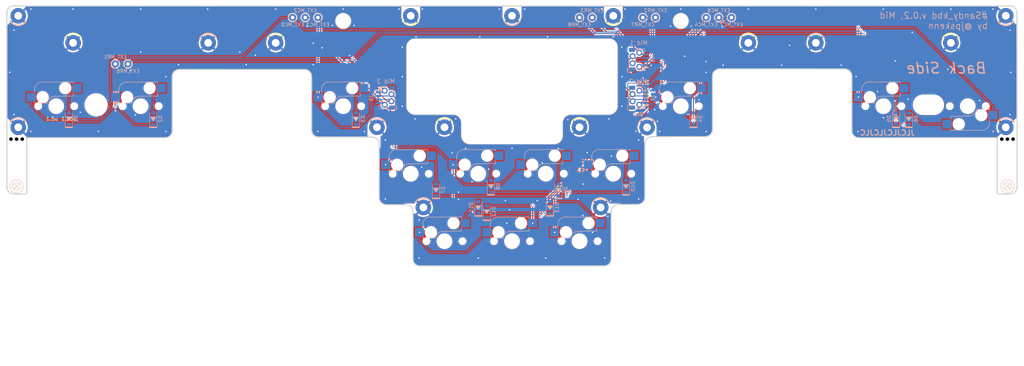
<source format=kicad_pcb>
(kicad_pcb (version 20221018) (generator pcbnew)
  (title_block (title "Sandy") (date "2023-01-06") (rev "v.0") (company "@jpskenn"))
  (layers (0 "F.Cu" signal) (31 "B.Cu" signal) (34 "B.Paste" user) (35 "F.Paste" user) (36 "B.SilkS" user "B.Silkscreen") (37 "F.SilkS" user "F.Silkscreen") (38 "B.Mask" user) (39 "F.Mask" user) (44 "Edge.Cuts" user))
  (net 0 "")
  (net 1 "Net-(D1-A)")
  (net 2 "Net-(D2-A)")
  (net 3 "Net-(D3-A)")
  (net 4 "Net-(D4-A)")
  (net 5 "Mid_row1")
  (net 6 "Mid_row6")
  (net 7 "Net-(D5-A)")
  (net 8 "Mid_row7")
  (net 9 "Mid_row2")
  (net 10 "Mid_row3")
  (net 11 "Mid_row8")
  (net 12 "Mid_col0")
  (net 13 "Mid_col2")
  (net 14 "Mid_col3")
  (net 15 "Mid_col4")
  (net 16 "Mid_col6")
  (net 17 "Mid_col7")
  (net 18 "Mid_GND")
  (net 19 "Net-(D6-A)")
  (net 20 "Net-(D7-A)")
  (net 21 "Net-(D8-A)")
  (net 22 "Net-(D9-A)")
  (net 23 "Net-(D10-A)")
  (net 24 "Net-(D11-A)")
  (net 25 "Net-(D12-A)")
  (net 26 "Net-(D13-A)")
  (footprint "locallib:60_Outline-Sandy-Top-NoSwImage-WithHole2-ECO1" (layer "F.Cu") (at 163.933435 40.10028)
    (fp_text reference "REF**" hide)
    (fp_text value "60_Outline" hide)
  )
  (footprint "locallib:MountingHole_2.2mm_M2_Pad_minimal" (layer "F.Cu") (at 192.508435 24.13353 180)
    (fp_text reference "H13" hide)
    (fp_text value "MountingHole")
  )
  (footprint "MX_Alps_Hybrid:MXOnly-1U-Hotswap-guide" (layer "F.Cu") (at 182.983435 87.72528)
    (fp_text reference "SW_R4CenterR1")
    (fp_text value "SW_Push")
  )
  (footprint "locallib:60_Outline-Sandy-Mid5-narrow-bottom" (layer "F.Cu") (at 163.933435 59.15028)
    (fp_text reference "Cutout1" hide)
    (fp_text value "60_Outline" hide)
    (fp_line (start -142.510786 13.249657) (end -142.525 -35.80004) (stroke (width 0.3)) (layer "Edge.Cuts"))
    (fp_line (start -140.510786 15.249657) (end -137.321875 15.249657) (stroke (width 0.3)) (layer "Edge.Cuts"))
    (fp_line (start -136.921875 -0.228468) (end -136.921875 14.849657) (stroke (width 0.3)) (layer "Edge.Cuts"))
    (fp_line (start -136.521875 -0.628468) (end -97.855 -0.614254) (stroke (width 0.3)) (layer "Edge.Cuts"))
    (fp_line (start -95.855 -2.614254) (end -95.855 -17.885826) (stroke (width 0.3)) (layer "Edge.Cuts"))
    (fp_line (start -93.855 -19.885826) (end -58.535 -19.87504) (stroke (width 0.3)) (layer "Edge.Cuts"))
    (fp_line (start -56.535 -2.80004) (end -56.535 -17.87504) (stroke (width 0.3)) (layer "Edge.Cuts"))
    (fp_line (start -54.535 -0.80004) (end -39.475 -0.80004) (stroke (width 0.3)) (layer "Edge.Cuts"))
    (fp_line (start -37.475 16.27496) (end -37.475 1.19996) (stroke (width 0.3)) (layer "Edge.Cuts"))
    (fp_line (start -35.475 18.27496) (end -29.95 18.27496) (stroke (width 0.3)) (layer "Edge.Cuts"))
    (fp_line (start -29.765625 -26.19375) (end -29.765625 -9.52503) (stroke (width 0.15)) (layer "Edge.Cuts"))
    (fp_line (start -27.95 33.575) (end -27.95 20.27496) (stroke (width 0.3)) (layer "Edge.Cuts"))
    (fp_line (start -27.384375 -28.575) (end 27.384375 -28.575) (stroke (width 0.15)) (layer "Edge.Cuts"))
    (fp_line (start -27.384375 -7.143635) (end -16.66875 -7.14375) (stroke (width 0.15)) (layer "Edge.Cuts"))
    (fp_line (start -25.95 35.575) (end 25.975 35.570786) (stroke (width 0.3)) (layer "Edge.Cuts"))
    (fp_line (start -14.2875 -4.7625) (end -14.2875 -1.190668) (stroke (width 0.15)) (layer "Edge.Cuts"))
    (fp_line (start -11.90625 1.190582) (end 11.90625 1.190667) (stroke (width 0.15)) (layer "Edge.Cuts"))
    (fp_line (start 14.2875 -4.762415) (end 14.2875 -1.190583) (stroke (width 0.15)) (layer "Edge.Cuts"))
    (fp_line (start 16.66875 -7.143665) (end 27.384375 -7.14378) (stroke (width 0.15)) (layer "Edge.Cuts"))
    (fp_line (start 27.975 33.570786) (end 27.975 20.214174) (stroke (width 0.3)) (layer "Edge.Cuts"))
    (fp_line (start 29.765625 -26.19375) (end 29.765625 -9.52503) (stroke (width 0.15)) (layer "Edge.Cuts"))
    (fp_line (start 29.975 18.214174) (end 35.475 18.204174) (stroke (width 0.3)) (layer "Edge.Cuts"))
    (fp_line (start 37.475 16.204174) (end 37.475 1.072602) (stroke (width 0.3)) (layer "Edge.Cuts"))
    (fp_line (start 39.475 -0.927398) (end 54.555 -0.937398) (stroke (width 0.3)) (layer "Edge.Cuts"))
    (fp_line (start 56.555 -2.937398) (end 56.555 -18.012398) (stroke (width 0.3)) (layer "Edge.Cuts"))
    (fp_line (start 58.555 -20.012398) (end 93.875 -20.001612) (stroke (width 0.3)) (layer "Edge.Cuts"))
    (fp_line (start 95.875 -2.60004) (end 95.875 -18.001612) (stroke (width 0.3)) (layer "Edge.Cuts"))
    (fp_line (start 136.521875 -0.628468) (end 97.875 -0.60004) (stroke (width 0.3)) (layer "Edge.Cuts"))
    (fp_line (start 136.921875 -0.228468) (end 136.921875 14.849657) (stroke (width 0.3)) (layer "Edge.Cuts"))
    (fp_line (start 140.475 -37.80004) (end -140.525 -37.80004) (stroke (width 0.3)) (layer "Edge.Cuts"))
    (fp_line (start 140.510786 15.249657) (end 137.321875 15.249657) (stroke (width 0.3)) (layer "Edge.Cuts"))
    (fp_line (start 142.510786 13.249657) (end 142.475 -35.80004) (stroke (width 0.3)) (layer "Edge.Cuts"))
    (fp_arc (start -142.525 -35.80004) (mid -141.939214 -37.214254) (end -140.525 -37.80004) (stroke (width 0.3)) (layer "Edge.Cuts"))
    (fp_arc (start -140.510786 15.249657) (mid -141.925 14.663871) (end -142.510786 13.249657) (stroke (width 0.3)) (layer "Edge.Cuts"))
    (fp_arc (start -136.921875 -0.228468) (mid -136.804718 -0.511311) (end -136.521875 -0.628468) (stroke (width 0.3)) (layer "Edge.Cuts"))
    (fp_arc (start -136.921875 14.849657) (mid -137.039032 15.1325) (end -137.321875 15.249657) (stroke (width 0.3)) (layer "Edge.Cuts"))
    (fp_arc (start -95.855 -17.885826) (mid -95.269214 -19.30004) (end -93.855 -19.885826) (stroke (width 0.3)) (layer "Edge.Cuts"))
    (fp_arc (start -95.855 -2.614254) (mid -96.440786 -1.20004) (end -97.855 -0.614254) (stroke (width 0.3)) (layer "Edge.Cuts"))
    (fp_arc (start -58.535 -19.87504) (mid -57.120786 -19.289254) (end -56.535 -17.87504) (stroke (width 0.3)) (layer "Edge.Cuts"))
    (fp_arc (start -54.535 -0.80004) (mid -55.949214 -1.385826) (end -56.535 -2.80004) (stroke (width 0.3)) (layer "Edge.Cuts"))
    (fp_arc (start -39.475 -0.80004) (mid -38.060786 -0.214254) (end -37.475 1.19996) (stroke (width 0.3)) (layer "Edge.Cuts"))
    (fp_arc (start -35.475 18.27496) (mid -36.889214 17.689174) (end -37.475 16.27496) (stroke (width 0.3)) (layer "Edge.Cuts"))
    (fp_arc (start -29.95 18.27496) (mid -28.535786 18.860746) (end -27.95 20.27496) (stroke (width 0.3)) (layer "Edge.Cuts"))
    (fp_arc (start -29.765625 -26.19375) (mid -29.068186 -27.877561) (end -27.384375 -28.575) (stroke (width 0.15)) (layer "Edge.Cuts"))
    (fp_arc (start -27.384375 -7.14378) (mid -29.068197 -7.841208) (end -29.765625 -9.52503) (stroke (width 0.15)) (layer "Edge.Cuts"))
    (fp_arc (start -25.95 35.575) (mid -27.364214 34.989214) (end -27.95 33.575) (stroke (width 0.3)) (layer "Edge.Cuts"))
    (fp_arc (start -16.66875 -7.14375) (mid -14.984937 -6.446313) (end -14.2875 -4.7625) (stroke (width 0.15)) (layer "Edge.Cuts"))
    (fp_arc (start -11.90625 1.190582) (mid -13.590056 0.493138) (end -14.2875 -1.190668) (stroke (width 0.15)) (layer "Edge.Cuts"))
    (fp_arc (start 14.2875 -4.762415) (mid 14.984924 -6.446239) (end 16.66875 -7.143665) (stroke (width 0.15)) (layer "Edge.Cuts"))
    (fp_arc (start 14.2875 -1.190583) (mid 13.590054 0.493219) (end 11.90625 1.190667) (stroke (width 0.15)) (layer "Edge.Cuts"))
    (fp_arc (start 27.384375 -28.575) (mid 29.068164 -27.87754) (end 29.765625 -26.19375) (stroke (width 0.15)) (layer "Edge.Cuts"))
    (fp_arc (start 27.975 20.214174) (mid 28.560766 18.799948) (end 29.975 18.214174) (stroke (width 0.3)) (layer "Edge.Cuts"))
    (fp_arc (start 27.975 33.570786) (mid 27.389238 34.985022) (end 25.975 35.570786) (stroke (width 0.3)) (layer "Edge.Cuts"))
    (fp_arc (start 29.765625 -9.52503) (mid 29.068153 -7.841251) (end 27.384375 -7.14378) (stroke (width 0.15)) (layer "Edge.Cuts"))
    (fp_arc (start 37.475 1.072602) (mid 38.060786 -0.341613) (end 39.475 -0.927398) (stroke (width 0.3)) (layer "Edge.Cuts"))
    (fp_arc (start 37.475 16.204174) (mid 36.889193 17.618375) (end 35.475 18.204174) (stroke (width 0.3)) (layer "Edge.Cuts"))
    (fp_arc (start 56.555 -18.012398) (mid 57.140786 -19.426613) (end 58.555 -20.012398) (stroke (width 0.3)) (layer "Edge.Cuts"))
    (fp_arc (start 56.555 -2.937398) (mid 55.969213 -1.523186) (end 54.555 -0.937398) (stroke (width 0.3)) (layer "Edge.Cuts"))
    (fp_arc (start 93.875 -20.001612) (mid 95.289182 -19.41582) (end 95.875 -18.001612) (stroke (width 0.3)) (layer "Edge.Cuts"))
    (fp_arc (start 97.875 -0.60004) (mid 96.460736 -1.185794) (end 95.875 -2.60004) (stroke (width 0.3)) (layer "Edge.Cuts"))
    (fp_arc (start 136.521875 -0.628468) (mid 136.804693 -0.511288) (end 136.921875 -0.228468) (stroke (width 0.3)) (layer "Edge.Cuts"))
    (fp_arc (start 137.321875 15.249657) (mid 137.038999 15.132524) (end 136.921875 14.849657) (stroke (width 0.3)) (layer "Edge.Cuts"))
    (fp_arc (start 140.475 -37.80004) (mid 141.889163 -37.214221) (end 142.475 -35.80004) (stroke (width 0.3)) (layer "Edge.Cuts"))
    (fp_arc (start 142.510786 13.249657) (mid 141.925014 14.663893) (end 140.510786 15.249657) (stroke (width 0.3)) (layer "Edge.Cuts"))
    (fp_circle (center -47.625 -33.55004) (end -45.425 -33.55004) (stroke (width 0.15)) (fill none) (layer "Edge.Cuts"))
    (fp_circle (center 47.625 -33.55004) (end 49.825 -33.55004) (stroke (width 0.15)) (fill none) (layer "Edge.Cuts"))
  )
  (footprint "MX_Alps_Hybrid:MXOnly-1U-Hotswap-guide" (layer "F.Cu") (at 211.558435 49.62528)
    (fp_text reference "SW_U1")
    (fp_text value "SW_Push")
  )
  (footprint "MX_Alps_Hybrid:MXOnly-1U-Hotswap-guide" (layer "F.Cu") (at 192.508435 68.67528)
    (fp_text reference "SW_H1")
    (fp_text value "SW_Push")
  )
  (footprint "MX_Alps_Hybrid:MXOnly-1U-Hotswap-guide" (layer "F.Cu") (at 135.358435 68.70032)
    (fp_text reference "SW_G1")
    (fp_text value "SW_Push")
  )
  (footprint "MX_Alps_Hybrid:MXOnly-1U-Hotswap-guide" (layer "F.Cu") (at 173.458435 68.67528)
    (fp_text reference "SW_'1")
    (fp_text value "SW_Push")
  )
  (footprint "MX_Alps_Hybrid:MXOnly-1U-Hotswap-guide" (layer "F.Cu") (at 154.408435 68.67528)
    (fp_text reference "SW_;1")
    (fp_text value "SW_Push")
  )
  (footprint "MX_Alps_Hybrid:MXOnly-1U-Hotswap-guide" (layer "F.Cu") (at 268.708435 49.62528)
    (fp_text reference "SW_P1")
    (fp_text value "SW_Push")
  )
  (footprint "locallib:MountingHole_2.2mm_M2_Pad_minimal" (layer "F.Cu") (at 144.883435 55.578405)
    (fp_text reference "H18" hide)
    (fp_text value "MountingHole")
  )
  (footprint "locallib:MountingHole_2.2mm_M2_Pad_minimal" (layer "F.Cu") (at 40.108435 31.765905)
    (fp_text reference "H14" hide)
    (fp_text value "MountingHole")
  )
  (footprint "locallib:MountingHole_2.2mm_M2_Pad_minimal" (layer "F.Cu") (at 135.358435 24.13353 180)
    (fp_text reference "H12" hide)
    (fp_text value "MountingHole")
  )
  (footprint "MX_Alps_Hybrid:MXOnly-1U-Hotswap-guide" (layer "F.Cu") (at 116.308435 49.62528)
    (fp_text reference "SW_R1")
    (fp_text value "SW_Push")
  )
  (footprint "locallib:MountingHole_2.2mm_M2_Pad_minimal" (layer "F.Cu") (at 97.258435 31.765905)
    (fp_text reference "H15" hide)
    (fp_text value "MountingHole")
  )
  (footprint "MX_Alps_Hybrid:MXOnly-1U-Hotswap-guide" (layer "F.Cu") (at 144.883435 87.72528)
    (fp_text reference "SW_R4CenterL1")
    (fp_text value "SW_Push")
  )
  (footprint "locallib:MountingHole_2.2mm_M2_Pad_minimal" (layer "F.Cu") (at 182.983435 55.578405)
    (fp_text reference "H19" hide)
    (fp_text value "MountingHole")
  )
  (footprint "locallib:MountingHole_2.2mm_M2_Pad_minimal" (layer "F.Cu") (at 230.608435 31.765905)
    (fp_text reference "H16" hide)
    (fp_text value "MountingHole")
  )
  (footprint "MX_Alps_Hybrid:MXOnly-1U-Hotswap-guide" (layer "F.Cu") (at 163.933435 87.72528)
    (fp_text reference "SW_R4CenterC1")
    (fp_text value "SW_Push")
  )
  (footprint "MX_Alps_Hybrid:MXOnly-1.5U-Hotswap-guide" (layer "F.Cu") (at 35.345935 49.62528)
    (fp_text reference "SW_TAB1.5u1")
    (fp_text value "SW_Push")
  )
  (footprint "MX_Alps_Hybrid:MXOnly-1U-Hotswap-guide" (layer "F.Cu") (at 59.158435 49.62528)
    (fp_text reference "SW_Q1")
    (fp_text value "SW_Push")
  )
  (footprint "MX_Alps_Hybrid:MXOnly-1.5U-Hotswap-guide" (layer "F.Cu") (at 292.520935 49.62528 180)
    (fp_text reference "SW_BS1.5u1")
    (fp_text value "SW_Push")
  )
  (footprint "locallib:MountingHole_2.2mm_M2_Pad_minimal" (layer "F.Cu") (at 287.758435 31.765905)
    (fp_text reference "H17" hide)
    (fp_text value "MountingHole")
  )
  (footprint "locallib:MountingHole_2.2mm_M2_Pad_minimal" (layer "B.Cu") (at 78.208435 31.765905 180)
    (fp_text reference "H2" hide)
    (fp_text value "MountingHole")
  )
  (footprint "locallib:JST_SH_SM04B-SRSS-TB_1x04-1MP_P1.00mm_Horizontal_wCable_housing_spare_pin" (layer "B.Cu") (at 199.652185 47.24403 90)
    (fp_text reference "J2")
    (fp_text value "Conn_02x02_Top_Bottom")
  )
  (footprint "locallib:D_SOD-123_Emphasized_Direction_Line" (layer "B.Cu") (at 38.91781 53.197155 90)
    (fp_text reference "D1")
    (fp_text value "D")
  )
  (footprint "TestPoint:TestPoint_THTPad_D2.0mm_Drill1.0mm" (layer "B.Cu") (at 182.983435 24.622155)
    (fp_text reference "EXT_MR8")
    (fp_text value "Conn_01x01")
  )
  (footprint "locallib:MountingHole_2.2mm_M2_Pad_minimal" (layer "B.Cu") (at 303.23656 24.13353)
    (fp_text reference "H5" hide)
    (fp_text value "MountingHole")
  )
  (footprint "TestPoint:TestPoint_THTPad_D2.0mm_Drill1.0mm" (layer "B.Cu") (at 102.020935 24.622155)
    (fp_text reference "EXT_MC0")
    (fp_text value "Conn_01x01")
  )
  (footprint "locallib:D_SOD-123_Emphasized_Direction_Line" (layer "B.Cu") (at 215.13031 53.197155 90)
    (fp_text reference "D4")
    (fp_text value "D")
  )
  (footprint "locallib:D_SOD-123_Emphasized_Direction_Line" (layer "B.Cu") (at 275.852185 53.197155 90)
    (fp_text reference "D6")
    (fp_text value "D")
  )
  (footprint "locallib:MountingHole_2.2mm_M2_Pad_minimal" (layer "B.Cu") (at 202.033435 55.62528 180)
    (fp_text reference "H9" hide)
    (fp_text value "MountingHole")
  )
  (footprint "locallib:D_SOD-123_Emphasized_Direction_Line" (layer "B.Cu") (at 174.64906 78.20028 90)
    (fp_text reference "D13")
    (fp_text value "D")
  )
  (footprint "locallib:MountingHole_2.2mm_M2_Pad_minimal" (layer "B.Cu") (at 303.23656 55.58778 180)
    (fp_text reference "H7" hide)
    (fp_text value "MountingHole")
  )
  (footprint "locallib:MountingHole_2.2mm_M2_Pad_minimal" (layer "B.Cu") (at 138.93031 78.20028 180)
    (fp_text reference "H10" hide)
    (fp_text value "MountingHole")
  )
  (footprint "locallib:D_SOD-123_Emphasized_Direction_Line" (layer "B.Cu") (at 156.789685 79.390905 90)
    (fp_text reference "D12")
    (fp_text value "D")
  )
  (footprint "locallib:D_SOD-123_Emphasized_Direction_Line" (layer "B.Cu") (at 196.08031 72.247155 90)
    (fp_text reference "D10")
    (fp_text value "D")
  )
  (footprint "locallib:D_SOD-123_Emphasized_Direction_Line" (layer "B.Cu") (at 119.88031 53.197155 90)
    (fp_text reference "D3")
    (fp_text value "D")
  )
  (footprint "TestPoint:TestPoint_THTPad_D2.0mm_Drill1.0mm" (layer "B.Cu") (at 55.58656 37.71903)
    (fp_text reference "EXT_MR6")
    (fp_text value "Conn_01x01")
  )
  (footprint "locallib:MountingHole_2.2mm_M2_Pad_minimal" (layer "B.Cu") (at 249.658435 31.765905 180)
    (fp_text reference "H4" hide)
    (fp_text value "MountingHole")
  )
  (footprint "locallib:D_SOD-123_Emphasized_Direction_Line" (layer "B.Cu") (at 142.502185 73.24728 90)
    (fp_text reference "D7")
    (fp_text value "D")
  )
  (footprint "locallib:MountingHole_2.2mm_M2_Pad_minimal" (layer "B.Cu") (at 188.93656 78.20028 180)
    (fp_text reference "H11" hide)
    (fp_text value "MountingHole")
  )
  (footprint "locallib:D_SOD-123_Emphasized_Direction_Line" (layer "B.Cu") (at 154.408435 78.20028 90)
    (fp_text reference "D11")
    (fp_text value "D")
  )
  (footprint "TestPoint:TestPoint_THTPad_D2.0mm_Drill1.0mm" (layer "B.Cu") (at 105.59281 24.622155 180)
    (fp_text reference "EXT_MC2")
    (fp_text value "Conn_01x01")
  )
  (footprint "locallib:MountingHole_2.2mm_M2_Pad_minimal" (layer "B.Cu") (at 24.63031 55.58778 180)
    (fp_text reference "H6" hide)
    (fp_text value "MountingHole")
  )
  (footprint "TestPoint:TestPoint_THTPad_D2.0mm_Drill1.0mm" (layer "B.Cu") (at 52.014685 37.71903 180)
    (fp_text reference "EXT_MR1")
    (fp_text value "Conn_01x01")
  )
  (footprint "TestPoint:TestPoint_THTPad_D2.0mm_Drill1.0mm" (layer "B.Cu") (at 218.702185 24.622155)
    (fp_text reference "EXT_MC4")
    (fp_text value "Conn_01x01")
  )
  (footprint "locallib:D_SOD-123_Emphasized_Direction_Line" (layer "B.Cu") (at 272.28031 53.197155 90)
    (fp_text reference "D5")
    (fp_text value "D")
  )
  (footprint "locallib:MountingHole_2.2mm_M2_Pad_minimal" (layer "B.Cu") (at 163.933435 24.13353)
    (fp_text reference "H3" hide)
    (fp_text value "MountingHole")
  )
  (footprint "locallib:MountingHole_2.2mm_M2_Pad_minimal" (layer "B.Cu") (at 125.833435 55.578405 180)
    (fp_text reference "H8" hide)
    (fp_text value "MountingHole")
  )
  (footprint "locallib:MountingHole_2.2mm_M2_Pad_minimal" (layer "B.Cu") (at 24.63031 24.13353)
    (fp_text reference "H1" hide)
    (fp_text value "MountingHole")
  )
  (footprint "locallib:JST_SH_SM04B-SRSS-TB_1x04-1MP_P1.00mm_Horizontal_wCable_housing_spare_pin" (layer "B.Cu") (at 128.214685 47.24403 -90)
    (fp_text reference "J3")
    (fp_text value "Conn_02x02_Top_Bottom")
  )
  (footprint "locallib:D_SOD-123_Emphasized_Direction_Line" (layer "B.Cu") (at 157.98031 72.23028 90)
    (fp_text reference "D8")
    (fp_text value "D")
  )
  (footprint "locallib:JST_SH_SM04B-SRSS-TB_1x04-1MP_P1.00mm_Horizontal_wCable_housing_spare_pin" (layer "B.Cu") (at 199.652185 36.528405 90)
    (fp_text reference "J1")
    (fp_text value "Conn_02x02_Top_Bottom")
  )
  (footprint "TestPoint:TestPoint_THTPad_D2.0mm_Drill1.0mm" (layer "B.Cu") (at 186.55531 24.622155 180)
    (fp_text reference "EXT_MR3")
    (fp_text value "Conn_01x01")
  )
  (footprint "TestPoint:TestPoint_THTPad_D2.0mm_Drill1.0mm" (layer "B.Cu") (at 204.414685 24.622155 180)
    (fp_text reference "EXT_MR2")
    (fp_text value "Conn_01x01")
  )
  (footprint "TestPoint:TestPoint_THTPad_D2.0mm_Drill1.0mm" (layer "B.Cu") (at 225.845935 24.622155)
    (fp_text reference "EXT_MC7")
    (fp_text value "Conn_01x01")
  )
  (footprint "locallib:D_SOD-123_Emphasized_Direction_Line" (layer "B.Cu") (at 62.73031 53.197155 90)
    (fp_text reference "D2")
    (fp_text value "D")
  )
  (footprint "locallib:D_SOD-123_Emphasized_Direction_Line" (layer "B.Cu") (at 177.03031 73.25128 90)
    (fp_text reference "D9")
    (fp_text value "D")
  )
  (footprint "TestPoint:TestPoint_THTPad_D2.0mm_Drill1.0mm" (layer "B.Cu") (at 109.164685 24.622155)
    (fp_text reference "EXT_MC3")
    (fp_text value "Conn_01x01")
  )
  (footprint "TestPoint:TestPoint_THTPad_D2.0mm_Drill1.0mm" (layer "B.Cu") (at 200.84281 24.622155)
    (fp_text reference "EXT_MR7")
    (fp_text value "Conn_01x01")
  )
  (footprint "TestPoint:TestPoint_THTPad_D2.0mm_Drill1.0mm" (layer "B.Cu") (at 222.27406 24.622155 180)
    (fp_text reference "EXT_MC6")
    (fp_text value "Conn_01x01")
  )
  (gr_text "Mid 2" (at 199.508435 42.62528) (layer "B.SilkS") (effects (font (size 1.2 1.2)) (justify mirror)))
  (gr_text "JLCJLCJLCJLC" (at 269.858435 57.11828) (layer "B.SilkS") (effects (font (size 1.5 1.5) (thickness 0.3)) (justify mirror)))
  (gr_text "Mid 3" (at 128.358435 42.62528) (layer "B.SilkS") (effects (font (size 1.2 1.2)) (justify mirror)))
  (gr_text "Back Side" (at 286.56781 38.909655) (layer "B.SilkS") (effects (font (size 3 3) (thickness 0.4) italic) (justify mirror)))
  (gr_text "Mid 1" (at 199.652185 31.765905) (layer "B.SilkS") (effects (font (size 1.2 1.2)) (justify mirror)))
  (gr_text "#Sandy_kbd v.0.2, Mid\nby @jpskenn" (at 298.299435 25.49528) (layer "B.SilkS") (effects (font (size 1.8 1.8) (thickness 0.2)) (justify left mirror)))
  (gr_text "1.25u" (at 38.91781 53.197155) (layer "F.SilkS") (effects (font (size 1 1))))
  (gr_text "1.5u" (at 34.15531 53.197155) (layer "F.SilkS") (effects (font (size 1 1))))
  (segment (start 38.91781 51.547155) (end 38.91781 46.815405) (width 0.254) (layer "B.Cu") (net 1))
  (segment (start 38.91781 46.815405) (end 41.187935 44.54528) (width 0.254) (layer "B.Cu") (net 1))
  (segment (start 62.73031 51.547155) (end 62.73031 46.815405) (width 0.254) (layer "B.Cu") (net 2))
  (segment (start 62.73031 46.815405) (end 65.000435 44.54528) (width 0.254) (layer "B.Cu") (net 2))
  (segment (start 119.88031 51.547155) (end 119.88031 46.815405) (width 0.254) (layer "B.Cu") (net 3))
  (segment (start 119.88031 46.815405) (end 122.150435 44.54528) (width 0.254) (layer "B.Cu") (net 3))
  (segment (start 215.13031 46.815405) (end 217.400435 44.54528) (width 0.254) (layer "B.Cu") (net 4))
  (segment (start 215.13031 51.547155) (end 215.13031 46.815405) (width 0.254) (layer "B.Cu") (net 4))
  (segment (start 262.358435 39.596152) (end 262.358435 28.45028) (width 0.254) (layer "F.Cu") (net 5))
  (segment (start 128.014685 45.22008) (end 119.056394 36.261789) (width 0.254) (layer "F.Cu") (net 5))
  (segment (start 271.501734 48.739451) (end 262.358435 39.596152) (width 0.254) (layer "F.Cu") (net 5))
  (segment (start 52.014685 37.71903) (end 51.928735 37.80498) (width 0.254) (layer "F.Cu") (net 5))
  (segment (start 128.014685 45.24403) (end 128.014685 45.22008) (width 0.254) (layer "F.Cu") (net 5))
  (segment (start 272.258435 53.55028) (end 271.501734 52.793579) (width 0.254) (layer "F.Cu") (net 5))
  (segment (start 271.501734 52.793579) (end 271.501734 48.739451) (width 0.254) (layer "F.Cu") (net 5))
  (segment (start 51.928735 37.80498) (end 51.928735 49.634564) (width 0.254) (layer "F.Cu") (net 5))
  (via (at 272.258435 53.55028) (size 0.6) (drill 0.4) (layers "F.Cu" "B.Cu") (net 5))
  (via (at 262.358435 28.45028) (size 0.6) (drill 0.4) (layers "F.Cu" "B.Cu") (net 5))
  (via (at 51.928735 49.634564) (size 0.6) (drill 0.4) (layers "F.Cu" "B.Cu") (net 5))
  (via (at 119.056394 36.261789) (size 0.6) (drill 0.4) (layers "F.Cu" "B.Cu") (net 5))
  (segment (start 127.514685 45.74403) (end 128.014685 45.24403) (width 0.254) (layer "B.Cu") (net 5))
  (segment (start 47.513019 54.05028) (end 51.928735 49.634564) (width 0.254) (layer "B.Cu") (net 5))
  (segment (start 125.76058 45.74403) (end 123.958435 47.546175) (width 0.254) (layer "B.Cu") (net 5))
  (segment (start 52.014685 37.71903) (end 53.471926 36.261789) (width 0.254) (layer "B.Cu") (net 5))
  (segment (start 193.898966 28.45028) (end 193.652079 28.697167) (width 0.254) (layer "B.Cu") (net 5))
  (segment (start 272.28031 54.847155) (end 272.28031 53.572155) (width 0.254) (layer "B.Cu") (net 5))
  (segment (start 120.76156 54.847155) (end 119.88031 54.847155) (width 0.254) (layer "B.Cu") (net 5))
  (segment (start 123.958435 51.65028) (end 120.76156 54.847155) (width 0.254) (layer "B.Cu") (net 5))
  (segment (start 126.214685 45.74403) (end 125.76058 45.74403) (width 0.254) (layer "B.Cu") (net 5))
  (segment (start 262.358435 28.45028) (end 193.898966 28.45028) (width 0.254) (layer "B.Cu") (net 5))
  (segment (start 193.652079 28.697167) (end 126.621016 28.697167) (width 0.254) (layer "B.Cu") (net 5))
  (segment (start 126.621016 28.697167) (end 119.056394 36.261789) (width 0.254) (layer "B.Cu") (net 5))
  (segment (start 38.91781 54.847155) (end 39.66156 54.847155) (width 0.254) (layer "B.Cu") (net 5))
  (segment (start 40.458435 54.05028) (end 47.513019 54.05028) (width 0.254) (layer "B.Cu") (net 5))
  (segment (start 272.28031 53.572155) (end 272.258435 53.55028) (width 0.254) (layer "B.Cu") (net 5))
  (segment (start 39.66156 54.847155) (end 40.458435 54.05028) (width 0.254) (layer "B.Cu") (net 5))
  (segment (start 126.214685 45.74403) (end 127.514685 45.74403) (width 0.254) (layer "B.Cu") (net 5))
  (segment (start 53.471926 36.261789) (end 119.056394 36.261789) (width 0.254) (layer "B.Cu") (net 5))
  (segment (start 123.958435 47.546175) (end 123.958435 51.65028) (width 0.254) (layer "B.Cu") (net 5))
  (segment (start 217.158435 29.92328) (end 217.958436 29.123279) (width 0.254) (layer "F.Cu") (net 6))
  (segment (start 128.712604 48.24403) (end 117.411481 36.942905) (width 0.254) (layer "F.Cu") (net 6))
  (segment (start 52.558435 40.747155) (end 52.558435 49.05028) (width 0.254) (layer "F.Cu") (net 6))
  (segment (start 263.258435 39.85028) (end 263.258435 29.15028) (width 0.254) (layer "F.Cu") (net 6))
  (segment (start 215.133435 47.77528) (end 217.158435 45.75028) (width 0.254) (layer "F.Cu") (net 6))
  (segment (start 271.958435 48.55028) (end 263.258435 39.85028) (width 0.254) (layer "F.Cu") (net 6))
  (segment (start 274.458435 54.85028) (end 271.958435 52.35028) (width 0.254) (layer "F.Cu") (net 6))
  (segment (start 129.914685 48.24403) (end 128.712604 48.24403) (width 0.254) (layer "F.Cu") (net 6))
  (segment (start 55.58656 37.71903) (end 52.558435 40.747155) (width 0.254) (layer "F.Cu") (net 6))
  (segment (start 217.158435 45.75028) (end 217.158435 29.92328) (width 0.254) (layer "F.Cu") (net 6))
  (segment (start 271.958435 52.35028) (end 271.958435 48.55028) (width 0.254) (layer "F.Cu") (net 6))
  (segment (start 215.133435 53.65028) (end 215.133435 47.77528) (width 0.254) (layer "F.Cu") (net 6))
  (via (at 274.458435 54.85028) (size 0.6) (drill 0.4) (layers "F.Cu" "B.Cu") (net 6))
  (via (at 215.133435 53.65028) (size 0.6) (drill 0.4) (layers "F.Cu" "B.Cu") (net 6))
  (via (at 117.411481 36.942905) (size 0.6) (drill 0.4) (layers "F.Cu" "B.Cu") (net 6))
  (via (at 217.958436 29.123279) (size 0.6) (drill 0.4) (layers "F.Cu" "B.Cu") (net 6))
  (via (at 263.258435 29.15028) (size 0.6) (drill 0.4) (layers "F.Cu" "B.Cu") (net 6))
  (via (at 52.558435 49.05028) (size 0.6) (drill 0.4) (layers "F.Cu" "B.Cu") (net 6))
  (segment (start 217.958436 29.123279) (end 263.231434 29.123279) (width 0.254) (layer "B.Cu") (net 6))
  (segment (start 129.414685 47.74403) (end 126.214685 47.74403) (width 0.254) (layer "B.Cu") (net 6))
  (segment (start 263.231434 29.123279) (end 263.258435 29.15028) (width 0.254) (layer "B.Cu") (net 6))
  (segment (start 129.914685 48.24403) (end 129.414685 47.74403) (width 0.254) (layer "B.Cu") (net 6))
  (segment (start 52.558435 49.875875) (end 52.558435 49.05028) (width 0.254) (layer "B.Cu") (net 6))
  (segment (start 55.58656 37.71903) (end 56.362685 36.942905) (width 0.254) (layer "B.Cu") (net 6))
  (segment (start 217.927847 29.153868) (end 217.958436 29.123279) (width 0.254) (layer "B.Cu") (net 6))
  (segment (start 274.46156 54.847155) (end 274.458435 54.85028) (width 0.254) (layer "B.Cu") (net 6))
  (segment (start 56.362685 36.942905) (end 117.411481 36.942905) (width 0.254) (layer "B.Cu") (net 6))
  (segment (start 119.26581 36.942905) (end 127.054847 29.153868) (width 0.254) (layer "B.Cu") (net 6))
  (segment (start 215.13031 53.653405) (end 215.133435 53.65028) (width 0.254) (layer "B.Cu") (net 6))
  (segment (start 127.054847 29.153868) (end 217.927847 29.153868) (width 0.254) (layer "B.Cu") (net 6))
  (segment (start 57.529715 54.847155) (end 52.558435 49.875875) (width 0.254) (layer "B.Cu") (net 6))
  (segment (start 62.73031 54.847155) (end 57.529715 54.847155) (width 0.254) (layer "B.Cu") (net 6))
  (segment (start 117.411481 36.942905) (end 119.26581 36.942905) (width 0.254) (layer "B.Cu") (net 6))
  (segment (start 275.852185 54.847155) (end 274.46156 54.847155) (width 0.254) (layer "B.Cu") (net 6))
  (segment (start 215.13031 54.847155) (end 215.13031 53.653405) (width 0.254) (layer "B.Cu") (net 6))
  (segment (start 272.28031 51.547155) (end 272.28031 46.815405) (width 0.254) (layer "B.Cu") (net 7))
  (segment (start 272.28031 46.815405) (end 274.550435 44.54528) (width 0.254) (layer "B.Cu") (net 7))
  (segment (start 200.84281 24.622155) (end 202.03031 24.622155) (width 0.254) (layer "F.Cu") (net 8))
  (segment (start 201.501033 44.577951) (end 201.501033 50.032331) (width 0.254) (layer "F.Cu") (net 8))
  (segment (start 197.952185 35.528405) (end 196.771985 36.708605) (width 0.254) (layer "F.Cu") (net 8))
  (segment (start 196.771985 39.848903) (end 201.501033 44.577951) (width 0.254) (layer "F.Cu") (net 8))
  (segment (start 201.501033 50.032331) (end 179.426669 72.106695) (width 0.254) (layer "F.Cu") (net 8))
  (segment (start 196.771985 36.708605) (end 196.771985 39.848903) (width 0.254) (layer "F.Cu") (net 8))
  (segment (start 202.03031 24.622155) (end 203.228735 25.82058) (width 0.254) (layer "F.Cu") (net 8))
  (segment (start 203.228735 25.82058) (end 203.228735 35.35028) (width 0.254) (layer "F.Cu") (net 8))
  (segment (start 179.426669 72.106695) (end 179.426669 74.897514) (width 0.254) (layer "F.Cu") (net 8))
  (via (at 203.228735 35.35028) (size 0.6) (drill 0.4) (layers "F.Cu" "B.Cu") (net 8))
  (via (at 179.426669 74.897514) (size 0.6) (drill 0.4) (layers "F.Cu" "B.Cu") (net 8))
  (segment (start 197.952185 35.528405) (end 198.452185 36.028405) (width 0.254) (layer "B.Cu") (net 8))
  (segment (start 201.652185 36.028405) (end 202.55061 36.028405) (width 0.254) (layer "B.Cu") (net 8))
  (segment (start 202.55061 36.028405) (end 203.228735 35.35028) (width 0.254) (layer "B.Cu") (net 8))
  (segment (start 179.422903 74.90128) (end 179.426669 74.897514) (width 0.254) (layer "B.Cu") (net 8))
  (segment (start 198.452185 36.028405) (end 201.652185 36.028405) (width 0.254) (layer "B.Cu") (net 8))
  (segment (start 177.02631 74.89728) (end 177.03031 74.90128) (width 0.254) (layer "B.Cu") (net 8))
  (segment (start 177.03031 74.90128) (end 179.422903 74.90128) (width 0.254) (layer "B.Cu") (net 8))
  (segment (start 142.502185 74.89728) (end 177.02631 74.89728) (width 0.254) (layer "B.Cu") (net 8))
  (segment (start 180.062435 72.116801) (end 180.062435 73.897155) (width 0.254) (layer "F.Cu") (net 9))
  (segment (start 201.957734 40.633954) (end 201.957734 50.221502) (width 0.254) (layer "F.Cu") (net 9))
  (segment (start 203.858435 25.178405) (end 203.858435 35.75028) (width 0.254) (layer "F.Cu") (net 9))
  (segment (start 201.957734 50.221502) (end 180.062435 72.116801) (width 0.254) (layer "F.Cu") (net 9))
  (segment (start 203.858435 35.75028) (end 201.08031 38.528405) (width 0.254) (layer "F.Cu") (net 9))
  (segment (start 204.414685 24.622155) (end 203.858435 25.178405) (width 0.254) (layer "F.Cu") (net 9))
  (segment (start 201.08031 38.528405) (end 199.852185 38.528405) (width 0.254) (layer "F.Cu") (net 9))
  (segment (start 199.852185 38.528405) (end 201.957734 40.633954) (width 0.254) (layer "F.Cu") (net 9))
  (via (at 180.062435 73.897155) (size 0.6) (drill 0.4) (layers "F.Cu" "B.Cu") (net 9))
  (segment (start 200.352185 38.028405) (end 199.852185 38.528405) (width 0.254) (layer "B.Cu") (net 9))
  (segment (start 201.652185 38.028405) (end 200.352185 38.028405) (width 0.254) (layer "B.Cu") (net 9))
  (segment (start 157.98031 73.897155) (end 196.08031 73.897155) (width 0.254) (layer "B.Cu") (net 9))
  (segment (start 199.852185 49.900117) (end 182.365342 67.38696) (width 0.254) (layer "F.Cu") (net 10))
  (segment (start 182.365342 67.38696) (end 182.365342 67.816438) (width 0.254) (layer "F.Cu") (net 10))
  (segment (start 201.032385 48.06383) (end 199.852185 49.24403) (width 0.254) (layer "F.Cu") (net 10))
  (segment (start 196.315284 31.810379) (end 196.315284 40.038074) (width 0.254) (layer "F.Cu") (net 10))
  (segment (start 190.630322 28.697167) (end 193.202072 28.697167) (width 0.254) (layer "F.Cu") (net 10))
  (segment (start 199.852185 49.24403) (end 199.852185 49.900117) (width 0.254) (layer "F.Cu") (net 10))
  (segment (start 172.858435 77.323345) (end 172.858435 79.85028) (width 0.254) (layer "F.Cu") (net 10))
  (segment (start 182.365342 67.816438) (end 172.858435 77.323345) (width 0.254) (layer "F.Cu") (net 10))
  (segment (start 186.55531 24.622155) (end 190.630322 28.697167) (width 0.254) (layer "F.Cu") (net 10))
  (segment (start 193.202072 28.697167) (end 196.315284 31.810379) (width 0.254) (layer "F.Cu") (net 10))
  (segment (start 196.315284 40.038074) (end 201.032385 44.755175) (width 0.254) (layer "F.Cu") (net 10))
  (segment (start 201.032385 44.755175) (end 201.032385 48.06383) (width 0.254) (layer "F.Cu") (net 10))
  (via (at 172.858435 79.85028) (size 0.6) (drill 0.4) (layers "F.Cu" "B.Cu") (net 10))
  (segment (start 174.64906 79.85028) (end 172.858435 79.85028) (width 0.254) (layer "B.Cu") (net 10))
  (segment (start 172.858435 79.85028) (end 154.408435 79.85028) (width 0.254) (layer "B.Cu") (net 10))
  (segment (start 201.652185 48.74403) (end 200.352185 48.74403) (width 0.254) (layer "B.Cu") (net 10))
  (segment (start 200.352185 48.74403) (end 199.852185 49.24403) (width 0.254) (layer "B.Cu") (net 10))
  (segment (start 197.952185 46.24403) (end 196.750104 47.446111) (width 0.254) (layer "F.Cu") (net 11))
  (segment (start 181.601734 67.897981) (end 172.158435 77.34128) (width 0.254) (layer "F.Cu") (net 11))
  (segment (start 187.515148 29.153868) (end 193.012901 29.153868) (width 0.254) (layer "F.Cu") (net 11))
  (segment (start 181.601734 67.361108) (end 181.601734 67.897981) (width 0.254) (layer "F.Cu") (net 11))
  (segment (start 172.158435 77.34128) (end 172.158435 80.55028) (width 0.254) (layer "F.Cu") (net 11))
  (segment (start 195.810435 31.951402) (end 195.810435 44.10228) (width 0.254) (layer "F.Cu") (net 11))
  (segment (start 196.750104 47.446111) (end 196.750104 52.212738) (width 0.254) (layer "F.Cu") (net 11))
  (segment (start 196.750104 52.212738) (end 181.601734 67.361108) (width 0.254) (layer "F.Cu") (net 11))
  (segment (start 195.810435 44.10228) (end 197.952185 46.24403) (width 0.254) (layer "F.Cu") (net 11))
  (segment (start 182.983435 24.622155) (end 187.515148 29.153868) (width 0.254) (layer "F.Cu") (net 11))
  (segment (start 193.012901 29.153868) (end 195.810435 31.951402) (width 0.254) (layer "F.Cu") (net 11))
  (via (at 172.158435 80.55028) (size 0.6) (drill 0.4) (layers "F.Cu" "B.Cu") (net 11))
  (segment (start 198.452185 46.74403) (end 201.652185 46.74403) (width 0.254) (layer "B.Cu") (net 11))
  (segment (start 197.952185 46.24403) (end 198.452185 46.74403) (width 0.254) (layer "B.Cu") (net 11))
  (segment (start 158.06781 81.040905) (end 158.558435 80.55028) (width 0.254) (layer "B.Cu") (net 11))
  (segment (start 158.558435 80.55028) (end 172.158435 80.55028) (width 0.254) (layer "B.Cu") (net 11))
  (segment (start 156.789685 81.040905) (end 158.06781 81.040905) (width 0.254) (layer "B.Cu") (net 11))
  (segment (start 199.852185 34.528405) (end 193.391248 28.067467) (width 0.254) (layer "F.Cu") (net 12))
  (via (at 193.391248 28.067467) (size 0.6) (drill 0.4) (layers "F.Cu" "B.Cu") (net 12))
  (segment (start 201.652185 35.028405) (end 200.352185 35.028405) (width 0.254) (layer "B.Cu") (net 12))
  (segment (start 52.102248 35.75028) (end 50.684485 37.168043) (width 0.254) (layer "B.Cu") (net 12))
  (segment (start 28.260935 49.390875) (end 32.32034 53.45028) (width 0.254) (layer "B.Cu") (net 12))
  (segment (start 50.258435 48.90028) (end 52.073435 47.08528) (width 0.254) (layer "B.Cu") (net 12))
  (segment (start 28.260935 47.08528) (end 28.260935 49.390875) (width 0.254) (layer "B.Cu") (net 12))
  (segment (start 50.684485 45.69633) (end 52.073435 47.08528) (width 0.254) (layer "B.Cu") (net 12))
  (segment (start 105.466247 28.067467) (end 193.391248 28.067467) (width 0.254) (layer "B.Cu") (net 12))
  (segment (start 87.858435 35.75028) (end 52.102248 35.75028) (width 0.254) (layer "B.Cu") (net 12))
  (segment (start 50.258435 50.45028) (end 50.258435 48.90028) (width 0.254) (layer "B.Cu") (net 12))
  (segment (start 32.32034 53.45028) (end 47.258435 53.45028) (width 0.254) (layer "B.Cu") (net 12))
  (segment (start 102.020935 24.622155) (end 105.466247 28.067467) (width 0.254) (layer "B.Cu") (net 12))
  (segment (start 200.352185 35.028405) (end 199.852185 34.528405) (width 0.254) (layer "B.Cu") (net 12))
  (segment (start 47.258435 53.45028) (end 50.258435 50.45028) (width 0.254) (layer "B.Cu") (net 12))
  (segment (start 50.684485 37.168043) (end 50.684485 45.69633) (width 0.254) (layer "B.Cu") (net 12))
  (segment (start 102.020935 24.622155) (end 98.98656 24.622155) (width 0.254) (layer "B.Cu") (net 12))
  (segment (start 98.98656 24.622155) (end 87.858435 35.75028) (width 0.254) (layer "B.Cu") (net 12))
  (segment (start 107.13031 24.622155) (end 109.223435 26.71528) (width 0.254) (layer "F.Cu") (net 13))
  (segment (start 131.094885 47.42423) (end 131.094885 63.33887) (width 0.254) (layer "F.Cu") (net 13))
  (segment (start 129.914685 46.24403) (end 131.094885 47.42423) (width 0.254) (layer "F.Cu") (net 13))
  (segment (start 131.094885 63.33887) (end 128.273435 66.16032) (width 0.254) (layer "F.Cu") (net 13))
  (segment (start 109.223435 26.71528) (end 109.223435 47.08528) (width 0.254) (layer "F.Cu") (net 13))
  (segment (start 105.59281 24.622155) (end 107.13031 24.622155) (width 0.254) (layer "F.Cu") (net 13))
  (via (at 109.223435 47.08528) (size 0.6) (drill 0.4) (layers "F.Cu" "B.Cu") (net 13))
  (via (at 128.273435 66.16032) (size 0.6) (drill 0.4) (layers "F.Cu" "B.Cu") (net 13))
  (segment (start 124.458435 51.85028) (end 124.458435 47.85028) (width 0.254) (layer "B.Cu") (net 13))
  (segment (start 129.914685 46.24403) (end 129.414685 46.74403) (width 0.254) (layer "B.Cu") (net 13))
  (segment (start 129.414685 46.74403) (end 126.214685 46.74403) (width 0.254) (layer "B.Cu") (net 13))
  (segment (start 109.223435 49.390875) (end 115.459915 55.627355) (width 0.254) (layer "B.Cu") (net 13))
  (segment (start 120.68136 55.627355) (end 124.458435 51.85028) (width 0.254) (layer "B.Cu") (net 13))
  (segment (start 115.459915 55.627355) (end 120.68136 55.627355) (width 0.254) (layer "B.Cu") (net 13))
  (segment (start 124.458435 47.85028) (end 125.564685 46.74403) (width 0.254) (layer "B.Cu") (net 13))
  (segment (start 109.223435 47.08528) (end 109.223435 49.390875) (width 0.254) (layer "B.Cu") (net 13))
  (segment (start 125.564685 46.74403) (end 126.214685 46.74403) (width 0.254) (layer "B.Cu") (net 13))
  (segment (start 128.014685 49.10778) (end 128.014685 49.24403) (width 0.254) (layer "F.Cu") (net 14))
  (segment (start 130.258435 51.48778) (end 128.014685 49.24403) (width 0.254) (layer "F.Cu") (net 14))
  (segment (start 109.958435 25.415905) (end 109.958435 31.05153) (width 0.254) (layer "F.Cu") (net 14))
  (segment (start 137.858435 85.25028) (end 147.358435 75.75028) (width 0.254) (layer "F.Cu") (net 14))
  (segment (start 109.958435 31.05153) (end 128.014685 49.10778) (width 0.254) (layer "F.Cu") (net 14))
  (segment (start 147.358435 75.75028) (end 147.358435 66.15028) (width 0.254) (layer "F.Cu") (net 14))
  (segment (start 109.164685 24.622155) (end 109.958435 25.415905) (width 0.254) (layer "F.Cu") (net 14))
  (segment (start 130.258435 61.15028) (end 130.258435 51.48778) (width 0.254) (layer "F.Cu") (net 14))
  (via (at 137.858435 85.25028) (size 0.6) (drill 0.4) (layers "F.Cu" "B.Cu") (net 14))
  (via (at 147.358435 66.15028) (size 0.6) (drill 0.4) (layers "F.Cu" "B.Cu") (net 14))
  (via (at 130.258435 61.15028) (size 0.6) (drill 0.4) (layers "F.Cu" "B.Cu") (net 14))
  (segment (start 147.323435 66.13528) (end 147.358435 66.15028) (width 0.254) (layer "B.Cu") (net 14))
  (segment (start 147.323435 66.13528) (end 142.338435 61.15028) (width 0.254) (layer "B.Cu") (net 14))
  (segment (start 137.798435 85.18528) (end 137.798435 85.19028) (width 0.254) (layer "B.Cu") (net 14))
  (segment (start 150.53284 71.65028) (end 160.858435 71.65028) (width 0.254) (layer "B.Cu") (net 14))
  (segment (start 127.514685 48.74403) (end 128.014685 49.24403) (width 0.254) (layer "B.Cu") (net 14))
  (segment (start 147.323435 68.440875) (end 150.53284 71.65028) (width 0.254) (layer "B.Cu") (net 14))
  (segment (start 137.798435 87.490875) (end 141.15784 90.85028) (width 0.254) (layer "B.Cu") (net 14))
  (segment (start 141.15784 90.85028) (end 151.183435 90.85028) (width 0.254) (layer "B.Cu") (net 14))
  (segment (start 147.358435 66.15028) (end 147.323435 68.440875) (width 0.254) (layer "B.Cu") (net 14))
  (segment (start 151.183435 90.85028) (end 156.848435 85.18528) (width 0.254) (layer "B.Cu") (net 14))
  (segment (start 126.214685 48.74403) (end 127.514685 48.74403) (width 0.254) (layer "B.Cu") (net 14))
  (segment (start 137.858435 85.25028) (end 137.798435 85.31028) (width 0.254) (layer "B.Cu") (net 14))
  (segment (start 137.798435 85.31028) (end 137.798435 87.490875) (width 0.254) (layer "B.Cu") (net 14))
  (segment (start 142.338435 61.15028) (end 130.258435 61.15028) (width 0.254) (layer "B.Cu") (net 14))
  (segment (start 137.798435 85.19028) (end 137.858435 85.25028) (width 0.254) (layer "B.Cu") (net 14))
  (segment (start 160.858435 71.65028) (end 166.373435 66.13528) (width 0.254) (layer "B.Cu") (net 14))
  (segment (start 206.258435 37.028405) (end 206.258435 45.300282) (width 0.254) (layer "F.Cu") (net 15))
  (segment (start 175.988135 74.899357) (end 175.988135 85.25028) (width 0.254) (layer "F.Cu") (net 15))
  (segment (start 183.2397 67.647791) (end 182.995042 67.647791) (width 0.254) (layer "F.Cu") (net 15))
  (segment (start 198.775494 52.111997) (end 183.2397 67.647791) (width 0.254) (layer "F.Cu") (net 15))
  (segment (start 206.295935 37.028405) (end 206.258435 37.028405) (width 0.254) (layer "F.Cu") (net 15))
  (segment (start 206.258435 45.300282) (end 204.473435 47.085282) (width 0.254) (layer "F.Cu") (net 15))
  (segment (start 179.149033 71.738459) (end 175.988135 74.899357) (width 0.254) (layer "F.Cu") (net 15))
  (segment (start 198.775494 51.867339) (end 198.775494 52.111997) (width 0.254) (layer "F.Cu") (net 15))
  (segment (start 179.149033 71.723278) (end 179.149033 71.738459) (width 0.254) (layer "F.Cu") (net 15))
  (segment (start 218.702185 24.622155) (end 206.295935 37.028405) (width 0.254) (layer "F.Cu") (net 15))
  (segment (start 182.995042 67.877269) (end 179.149033 71.723278) (width 0.254) (layer "F.Cu") (net 15))
  (segment (start 182.995042 67.647791) (end 182.995042 67.877269) (width 0.254) (layer "F.Cu") (net 15))
  (via (at 182.995042 67.647791) (size 0.6) (drill 0.4) (layers "F.Cu" "B.Cu") (net 15))
  (via (at 175.988135 85.25028) (size 0.6) (drill 0.4) (layers "F.Cu" "B.Cu") (net 15))
  (via (at 204.473435 47.085282) (size 0.6) (drill 0.4) (layers "F.Cu" "B.Cu") (net 15))
  (via (at 198.775494 51.867339) (size 0.6) (drill 0.4) (layers "F.Cu" "B.Cu") (net 15))
  (via (at 206.258435 37.028405) (size 0.6) (drill 0.4) (layers "F.Cu" "B.Cu") (net 15))
  (segment (start 198.452185 37.028405) (end 201.652185 37.028405) (width 0.254) (layer "B.Cu") (net 15))
  (segment (start 183.910924 67.647791) (end 182.995042 67.647791) (width 0.254) (layer "B.Cu") (net 15))
  (segment (start 197.952185 37.528405) (end 198.452185 37.028405) (width 0.254) (layer "B.Cu") (net 15))
  (segment (start 201.195376 51.867339) (end 198.775494 51.867339) (width 0.254) (layer "B.Cu") (net 15))
  (segment (start 204.473435 47.08528) (end 204.473435 48.58928) (width 0.254) (layer "B.Cu") (net 15))
  (segment (start 204.473435 47.08528) (end 204.473435 47.085282) (width 0.254) (layer "B.Cu") (net 15))
  (segment (start 204.473435 48.58928) (end 201.195376 51.867339) (width 0.254) (layer "B.Cu") (net 15))
  (segment (start 201.652185 37.028405) (end 206.258435 37.028405) (width 0.254) (layer "B.Cu") (net 15))
  (segment (start 185.423435 66.13528) (end 183.910924 67.647791) (width 0.254) (layer "B.Cu") (net 15))
  (segment (start 218.15636 25.952355) (end 206.913169 37.195546) (width 0.254) (layer "F.Cu") (net 16))
  (segment (start 261.628735 47.02058) (end 261.628735 27.523279) (width 0.254) (layer "F.Cu") (net 16))
  (segment (start 261.628735 27.523279) (end 261.658435 27.493579) (width 0.254) (layer "F.Cu") (net 16))
  (segment (start 220.94386 25.952355) (end 218.15636 25.952355) (width 0.254) (layer "F.Cu") (net 16))
  (segment (start 206.913169 37.195546) (end 206.913169 38.305014) (width 0.254) (layer "F.Cu") (net 16))
  (segment (start 222.27406 24.622155) (end 220.94386 25.952355) (width 0.254) (layer "F.Cu") (net 16))
  (segment (start 261.658435 47.05028) (end 261.628735 47.02058) (width 0.254) (layer "F.Cu") (net 16))
  (via (at 261.658435 27.493579) (size 0.6) (drill 0.4) (layers "F.Cu" "B.Cu") (net 16))
  (via (at 206.913169 38.305014) (size 0.6) (drill 0.4) (layers "F.Cu" "B.Cu") (net 16))
  (via (at 261.658435 47.05028) (size 0.6) (drill 0.4) (layers "F.Cu" "B.Cu") (net 16))
  (segment (start 299.605935 52.16528) (end 299.605935 49.59778) (width 0.254) (layer "B.Cu") (net 16))
  (segment (start 202.066853 43.15133) (end 206.913169 38.305014) (width 0.254) (layer "B.Cu") (net 16))
  (segment (start 197.952185 48.24403) (end 198.452185 47.74403) (width 0.254) (layer "B.Cu") (net 16))
  (segment (start 198.452185 47.74403) (end 201.652185 47.74403) (width 0.254) (layer "B.Cu") (net 16))
  (segment (start 196.757385 43.15133) (end 202.066853 43.15133) (width 0.254) (layer "B.Cu") (net 16))
  (segment (start 196.546985 46.83883) (end 196.546985 43.36173) (width 0.254) (layer "B.Cu") (net 16))
  (segment (start 277.501734 27.493579) (end 261.658435 27.493579) (width 0.254) (layer "B.Cu") (net 16))
  (segment (start 196.546985 43.36173) (end 196.757385 43.15133) (width 0.254) (layer "B.Cu") (net 16))
  (segment (start 225.145484 27.493579) (end 222.27406 24.622155) (width 0.254) (layer "B.Cu") (net 16))
  (segment (start 299.605935 49.59778) (end 277.501734 27.493579) (width 0.254) (layer "B.Cu") (net 16))
  (segment (start 197.952185 48.24403) (end 196.546985 46.83883) (width 0.254) (layer "B.Cu") (net 16))
  (segment (start 261.658435 27.493579) (end 225.145484 27.493579) (width 0.254) (layer "B.Cu") (net 16))
  (segment (start 223.60426 25.173142) (end 222.367847 26.409555) (width 0.254) (layer "F.Cu") (net 17))
  (segment (start 206.958435 39.35028) (end 206.958435 42.85028) (width 0.254) (layer "F.Cu") (net 17))
  (segment (start 223.60426 24.622155) (end 223.60426 25.173142) (width 0.254) (layer "F.Cu") (net 17))
  (segment (start 222.367847 26.409555) (end 218.39916 26.409555) (width 0.254) (layer "F.Cu") (net 17))
  (segment (start 225.845935 24.622155) (end 223.60426 24.622155) (width 0.254) (layer "F.Cu") (net 17))
  (segment (start 207.558435 38.75028) (end 206.958435 39.35028) (width 0.254) (layer "F.Cu") (net 17))
  (segment (start 207.558435 37.25028) (end 207.558435 38.75028) (width 0.254) (layer "F.Cu") (net 17))
  (segment (start 218.39916 26.409555) (end 207.558435 37.25028) (width 0.254) (layer "F.Cu") (net 17))
  (via (at 206.958435 42.85028) (size 0.6) (drill 0.4) (layers "F.Cu" "B.Cu") (net 17))
  (segment (start 201.652185 45.74403) (end 204.545935 42.85028) (width 0.254) (layer "B.Cu") (net 17))
  (segment (start 201.652185 45.74403) (end 200.352185 45.74403) (width 0.254) (layer "B.Cu") (net 17))
  (segment (start 204.545935 42.85028) (end 206.958435 42.85028) (width 0.254) (layer "B.Cu") (net 17))
  (segment (start 200.352185 45.74403) (end 199.852185 45.24403) (width 0.254) (layer "B.Cu") (net 17))
  (via (at 199.652185 59.15028) (size 0.6) (drill 0.4) (layers "F.Cu" "B.Cu") (net 18))
  (via (at 118.086435 35.36953) (size 0.6) (drill 0.4) (layers "F.Cu" "B.Cu") (net 18))
  (via (at 286.858435 39.25028) (size 0.6) (drill 0.4) (layers "F.Cu" "B.Cu") (net 18))
  (via (at 22.24906 40.10028) (size 0.6) (drill 0.4) (layers "F.Cu" "B.Cu") (net 18))
  (via (at 52.058435 50.95028) (size 0.6) (drill 0.4) (layers "F.Cu" "B.Cu") (net 18))
  (via (at 199.652185 75.81903) (size 0.6) (drill 0.4) (layers "F.Cu" "B.Cu") (net 18))
  (via (at 87.158435 34.35028) (size 0.6) (drill 0.4) (layers "F.Cu" "B.Cu") (net 18))
  (via (at 59.158435 34.35028) (size 0.6) (drill 0.4) (layers "F.Cu" "B.Cu") (net 18))
  (via (at 204.192435 50.60953) (size 0.6) (drill 0.4) (layers "F.Cu" "B.Cu") (net 18))
  (via (at 162.058435 76.25028) (size 0.6) (drill 0.4) (layers "F.Cu" "B.Cu") (net 18))
  (via (at 211.558435 22.240905) (size 0.6) (drill 0.4) (layers "F.Cu" "B.Cu") (net 18))
  (via (at 230.608435 22.240905) (size 0.6) (drill 0.4) (layers "F.Cu" "B.Cu") (net 18))
  (via (at 304.427185 52.00653) (size 0.6) (drill 0.4) (layers "F.Cu" "B.Cu") (net 18))
  (via (at 40.108435 22.240905) (size 0.6) (drill 0.4) (layers "F.Cu" "B.Cu") (net 18))
  (via (at 132.977185 41.290905) (size 0.6) (drill 0.4) (layers "F.Cu" "B.Cu") (net 18))
  (via (at 97.258435 22.240905) (size 0.6) (drill 0.4) (layers "F.Cu" "B.Cu") (net 18))
  (via (at 218.658435 37.05028) (size 0.6) (drill 0.4) (layers "F.Cu" "B.Cu") (net 18))
  (via (at 173.975805 30.05028) (size 0.6) (drill 0.4) (layers "F.Cu" "B.Cu") (net 18))
  (via (at 205.60531 56.76903) (size 0.6) (drill 0.4) (layers "F.Cu" "B.Cu") (net 18))
  (via (at 299.658435 22.25028) (size 0.6) (drill 0.4) (layers "F.Cu" "B.Cu") (net 18))
  (via (at 66.302185 56.76903) (size 0.6) (drill 0.4) (layers "F.Cu" "B.Cu") (net 18))
  (via (at 119.358435 26.85028) (size 0.6) (drill 0.4) (layers "F.Cu" "B.Cu") (net 18))
  (via (at 268.708435 22.240905) (size 0.6) (drill 0.4) (layers "F.Cu" "B.Cu") (net 18))
  (via (at 304.427185 28.19403) (size 0.6) (drill 0.4) (layers "F.Cu" "B.Cu") (net 18))
  (via (at 240.006435 38.06828) (size 0.6) (drill 0.4) (layers "F.Cu" "B.Cu") (net 18))
  (via (at 200.890435 41.62428) (size 0.6) (drill 0.4) (layers "F.Cu" "B.Cu") (net 18))
  (via (at 190.058435 92.45028) (size 0.6) (drill 0.4) (layers "F.Cu" "B.Cu") (net 18))
  (via (at 150.83656 61.53153) (size 0.6) (drill 0.4) (layers "F.Cu" "B.Cu") (net 18))
  (via (at 148.820435 73.88228) (size 0.6) (drill 0.4) (layers "F.Cu" "B.Cu") (net 18))
  (via (at 78.058435 22.25028) (size 0.6) (drill 0.4) (layers "F.Cu" "B.Cu") (net 18))
  (via (at 136.54906 53.197155) (size 0.6) (drill 0.4) (layers "F.Cu" "B.Cu") (net 18))
  (via (at 91.558435 35.25028) (size 0.6) (drill 0.4) (layers "F.Cu" "B.Cu") (net 18))
  (via (at 223.464685 38.06828) (size 0.6) (drill 0.4) (layers "F.Cu" "B.Cu") (net 18))
  (via (at 276.858435 28.85028) (size 0.6) (drill 0.4) (layers "F.Cu" "B.Cu") (net 18))
  (via (at 218.702185 40.10028) (size 0.6) (drill 0.4) (layers "F.Cu" "B.Cu") (net 18))
  (via (at 122.26156 56.76903) (size 0.6) (drill 0.4) (layers "F.Cu" "B.Cu") (net 18))
  (via (at 177.03031 61.53153) (size 0.6) (drill 0.4) (layers "F.Cu" "B.Cu") (net 18))
  (via (at 66.302185 41.290905) (size 0.6) (drill 0.4) (layers "F.Cu" "B.Cu") (net 18))
  (via (at 148.820435 75.91428) (size 0.6) (drill 0.4) (layers "F.Cu" "B.Cu") (net 18))
  (via (at 47.252185 56.76903) (size 0.6) (drill 0.4) (layers "F.Cu" "B.Cu") (net 18))
  (via (at 190.984435 80.74028) (size 0.6) (drill 0.4) (layers "F.Cu" "B.Cu") (net 18))
  (via (at 138.660435 22.240905) (size 0.6) (drill 0.4) (layers "F.Cu" "B.Cu") (net 18))
  (via (at 163.933435 61.53153) (size 0.6) (drill 0.4) (layers "F.Cu" "B.Cu") (net 18))
  (via (at 57.634435 52.13353) (size 0.6) (drill 0.4) (layers "F.Cu" "B.Cu") (net 18))
  (via (at 137.739685 81.772155) (size 0.6) (drill 0.4) (layers "F.Cu" "B.Cu") (net 18))
  (via (at 191.746435 76.42228) (size 0.6) (drill 0.4) (layers "F.Cu" "B.Cu") (net 18))
  (via (at 173.458435 92.45028) (size 0.6) (drill 0.4) (layers "F.Cu" "B.Cu") (net 18))
  (via (at 171.058435 76.25028) (size 0.6) (drill 0.4) (layers "F.Cu" "B.Cu") (net 18))
  (via (at 107.858435 37.95028) (size 0.6) (drill 0.4) (layers "F.Cu" "B.Cu") (net 18))
  (via (at 216.638435 47.81553) (size 0.6) (drill 0.4) (layers "F.Cu" "B.Cu") (net 18))
  (via (at 132.977185 49.62528) (size 0.6) (drill 0.4) (layers "F.Cu" "B.Cu") (net 18))
  (via (at 147.042435 62.80153) (size 0.6) (drill 0.4) (layers "F.Cu" "B.Cu") (net 18))
  (via (at 304.658435 40.10028) (size 0.6) (drill 0.4) (layers "F.Cu" "B.Cu") (net 18))
  (via (at 275.658435 47.65028) (size 0.6) (drill 0.4) (layers "F.Cu" "B.Cu") (net 18))
  (via (at 213.590435 51.87953) (size 0.6) (drill 0.4) (layers "F.Cu" "B.Cu") (net 18))
  (via (at 185.142435 62.70628) (size 0.6) (drill 0.4) (layers "F.Cu" "B.Cu") (net 18))
  (via (at 268.708435 52.89553) (size 0.6) (drill 0.4) (layers "F.Cu" "B.Cu") (net 18))
  (via (at 194.952185 49.62528) (size 0.6) (drill 0.4) (layers "F.Cu" "B.Cu") (net 18))
  (via (at 132.977185 32.95653) (size 0.6) (drill 0.4) (layers "F.Cu" "B.Cu") (net 18))
  (via (at 28.202185 56.76903) (size 0.6) (drill 0.4) (layers "F.Cu" "B.Cu") (net 18))
  (via (at 128.214685 59.15028) (size 0.6) (drill 0.4) (layers "F.Cu" "B.Cu") (net 18))
  (via (at 69.87406 37.90953) (size 0.6) (drill 0.4) (layers "F.Cu" "B.Cu") (net 18))
  (via (at 172.442435 65.59553) (size 0.6) (drill 0.4) (layers "F.Cu" "B.Cu") (net 18))
  (via (at 287.758435 22.240905) (size 0.6) (drill 0.4) (layers "F.Cu" "B.Cu") (net 18))
  (via (at 191.31781 53.197155) (size 0.6) (drill 0.4) (layers "F.Cu" "B.Cu") (net 18))
  (via (at 179.658435 53.45028) (size 0.6) (drill 0.4) (layers "F.Cu" "B.Cu") (net 18))
  (via (at 107.858435 31.85028) (size 0.6) (drill 0.4) (layers "F.Cu" "B.Cu") (net 18))
  (via (at 136.858435 30.05028) (size 0.6) (drill 0.4) (layers "F.Cu" "B.Cu") (net 18))
  (via (at 194.889685 32.95653) (size 0.6) (drill 0.4) (layers "F.Cu" "B.Cu") (net 18))
  (via (at 23.439685 52.00653) (size 0.6) (drill 0.4) (layers "F.Cu" "B.Cu") (net 18))
  (via (at 132.056435 22.240905) (size 0.6) (drill 0.4) (layers "F.Cu" "B.Cu") (net 18))
  (via (at 267.05393 45.508348) (size 0.6) (drill 0.4) (layers "F.Cu" "B.Cu") (net 18))
  (via (at 42.158435 51.35028) (size 0.6) (drill 0.4) (layers "F.Cu" "B.Cu") (net 18))
  (via (at 109.164685 56.76903) (size 0.6) (drill 0.4) (layers "F.Cu" "B.Cu") (net 18))
  (via (at 223.258435 27.25028) (size 0.6) (drill 0.4) (layers "F.Cu" "B.Cu") (net 18))
  (via (at 194.952185 41.290905) (size 0.6) (drill 0.4) (layers "F.Cu" "B.Cu") (net 18))
  (via (at 23.439685 28.19403) (size 0.6) (drill 0.4) (layers "F.Cu" "B.Cu") (net 18))
  (via (at 128.214685 75.81903) (size 0.6) (drill 0.4) (layers "F.Cu" "B.Cu") (net 18))
  (via (at 152.884435 79.56553) (size 0.6) (drill 0.4) (layers "F.Cu" "B.Cu") (net 18))
  (via (at 183.999435 71.59628) (size 0.6) (drill 0.4) (layers "F.Cu" "B.Cu") (net 18))
  (via (at 119.864435 53.14953) (size 0.6) (drill 0.4) (layers "F.Cu" "B.Cu") (net 18))
  (via (at 256.802185 38.06828) (size 0.6) (drill 0.4) (layers "F.Cu" "B.Cu") (net 18))
  (via (at 218.702185 56.76903) (size 0.6) (drill 0.4) (layers "F.Cu" "B.Cu") (net 18))
  (via (at 249.658435 22.25028) (size 0.6) (drill 0.4) (layers "F.Cu" "B.Cu") (net 18))
  (via (at 299.664685 56.76903) (size 0.6) (drill 0.4) (layers "F.Cu" "B.Cu") (net 18))
  (via (at 204.954435 53.91153) (size 0.6) (drill 0.4) (layers "F.Cu" "B.Cu") (net 18))
  (via (at 56.21626 39.59228) (size 0.6) (drill 0.4) (layers "F.Cu" "B.Cu") (net 18))
  (via (at 214.458435 27.05028) (size 0.6) (drill 0.4) (layers "F.Cu" "B.Cu") (net 18))
  (via (at 192.000435 63.72228) (size 0.6) (drill 0.4) (layers "F.Cu" "B.Cu") (net 18))
  (via (at 59.158435 22.240905) (size 0.6) (drill 0.4) (layers "F.Cu" "B.Cu") (net 18))
  (via (at 198.858435 56.70553) (size 0.6) (drill 0.4) (layers "F.Cu" "B.Cu") (net 18))
  (via (at 189.206435 22.240905) (size 0.6) (drill 0.4) (layers "F.Cu" "B.Cu") (net 18))
  (via (at 186.658435 85.25028) (size 0.6) (drill 0.4) (layers "F.Cu" "B.Cu") (net 18))
  (via (at 295.858435 48.05028) (size 0.6) (drill 0.4) (layers "F.Cu" "B.Cu") (net 18))
  (via (at 137.739685 92.45028) (size 0.6) (drill 0.4) (layers "F.Cu" "B.Cu") (net 18))
  (via (at 272.058435 36.85028) (size 0.6) (drill 0.4) (layers "F.Cu" "B.Cu") (net 18))
  (via (at 157.35061 67.37353) (size 0.6) (drill 0.4) (layers "F.Cu" "B.Cu") (net 18))
  (via (at 126.316019 44.411946) (size 0.6) (drill 0.4) (layers "F.Cu" "B.Cu") (net 18))
  (via (at 88.92406 37.90953) (size 0.6) (drill 0.4) (layers "F.Cu" "B.Cu") (net 18))
  (via (at 106.158435 27.05028) (size 0.6) (drill 0.4) (layers "F.Cu" "B.Cu") (net 18))
  (via (at 192.458435 30.05028) (size 0.6) (drill 0.4) (layers "F.Cu" "B.Cu") (net 18))
  (via (at 138.458435 66.85028) (size 0.6) (drill 0.4) (layers "F.Cu" "B.Cu") (net 18))
  (via (at 182.545122 75.92058) (size 0.6) (drill 0.4) (layers "F.Cu" "B.Cu") (net 18))
  (via (at 261.564685 56.76903) (size 0.6) (drill 0.4) (layers "F.Cu" "B.Cu") (net 18))
  (via (at 113.258435 26.85028) (size 0.6) (drill 0.4) (layers "F.Cu" "B.Cu") (net 18))
  (via (at 208.658435 27.05028) (size 0.6) (drill 0.4) (layers "F.Cu" "B.Cu") (net 18))
  (via (at 154.858435 30.05028) (size 0.6) (drill 0.4) (layers "F.Cu" "B.Cu") (net 18))
  (via (at 110.358435 33.15028) (size 0.6) (drill 0.4) (layers "F.Cu" "B.Cu") (net 18))
  (via (at 152.630435 70.96128) (size 0.6) (drill 0.4) (layers "F.Cu" "B.Cu") (net 18))
  (via (at 195.810435 22.240905) (size 0.6) (drill 0.4) (layers "F.Cu" "B.Cu") (net 18))
  (via (at 160.36156 22.240905) (size 0.6) (drill 0.4) (layers "F.Cu" "B.Cu") (net 18))
  (via (at 154.408435 92.45028) (size 0.6) (drill 0.4) (layers "F.Cu" "B.Cu") (net 18))
  (via (at 183.918549 80.46858) (size 0.6) (drill 0.4) (layers "F.Cu" "B.Cu") (net 18))
  (via (at 163.258435 78.85028) (size 0.6) (drill 0.4) (layers "F.Cu" "B.Cu") (net 18))
  (via (at 162.458435 82.65028) (size 0.6) (drill 0.4) (layers "F.Cu" "B.Cu") (net 18))
  (via (at 116.308435 22.240905) (size 0.6) (drill 0.4) (layers "F.Cu" "B.Cu") (net 18))
  (via (at 242.253951 32.455264) (size 0.6) (drill 0.4) (layers "F.Cu" "B.Cu") (net 18))
  (via (at 203.176435 38.16353) (size 0.6) (drill 0.4) (layers "F.Cu" "B.Cu") (net 18))
  (via (at 28.202185 22.240905) (size 0.6) (drill 0.4) (layers "F.Cu" "B.Cu") (net 18))
  (via (at 167.50531 22.240905) (size 0.6) (drill 0.4) (layers "F.Cu" "B.Cu") (net 18))
  (via (at 260.993735 41.290905) (size 0.6) (drill 0.4) (layers "F.Cu" "B.Cu") (net 18))
  (via (at 212.658435 35.55028) (size 0.6) (drill 0.4) (layers "F.Cu" "B.Cu") (net 18))
  (via (at 148.058435 53.197155) (size 0.6) (drill 0.4) (layers "F.Cu" "B.Cu") (net 18))
  (segment (start 286.678935 54.70528) (end 279.713435 54.70528) (width 0.254) (layer "B.Cu") (net 19))
  (segment (start 279.713435 54.70528) (end 276.55531 51.547155) (width 0.254) (layer "B.Cu") (net 19))
  (segment (start 276.55531 51.547155) (end 275.852185 51.547155) (width 0.254) (layer "B.Cu") (net 19))
  (segment (start 142.502185 64.92207) (end 141.200435 63.62032) (width 0.254) (layer "B.Cu") (net 20))
  (segment (start 142.502185 71.59728) (end 142.502185 64.92207) (width 0.254) (layer "B.Cu") (net 20))
  (segment (start 157.98031 70.58028) (end 157.98031 65.865405) (width 0.254) (layer "B.Cu") (net 21))
  (segment (start 157.98031 65.865405) (end 160.250435 63.59528) (width 0.254) (layer "B.Cu") (net 21))
  (segment (start 177.03031 71.60128) (end 177.03031 65.865405) (width 0.254) (layer "B.Cu") (net 22))
  (segment (start 177.03031 65.865405) (end 179.300435 63.59528) (width 0.254) (layer "B.Cu") (net 22))
  (segment (start 196.08031 70.597155) (end 196.08031 65.865405) (width 0.254) (layer "B.Cu") (net 23))
  (segment (start 196.08031 65.865405) (end 198.350435 63.59528) (width 0.254) (layer "B.Cu") (net 23))
  (segment (start 150.725435 80.23328) (end 154.408435 76.55028) (width 0.254) (layer "B.Cu") (net 24))
  (segment (start 150.725435 82.64528) (end 150.725435 80.23328) (width 0.254) (layer "B.Cu") (net 24))
  (segment (start 169.758435 82.62828) (end 169.775435 82.64528) (width 0.254) (layer "F.Cu") (net 25))
  (segment (start 169.758435 77.75028) (end 169.758435 82.62828) (width 0.254) (layer "F.Cu") (net 25))
  (via (at 169.758435 77.75028) (size 0.6) (drill 0.4) (layers "F.Cu" "B.Cu") (net 25))
  (via (at 169.775435 82.64528) (size 0.6) (drill 0.4) (layers "F.Cu" "B.Cu") (net 25))
  (segment (start 169.74906 77.740905) (end 169.758435 77.75028) (width 0.254) (layer "B.Cu") (net 25))
  (segment (start 156.789685 77.740905) (end 169.74906 77.740905) (width 0.254) (layer "B.Cu") (net 25))
  (segment (start 174.64906 76.55028) (end 182.730435 76.55028) (width 0.254) (layer "B.Cu") (net 26))
  (segment (start 182.730435 76.55028) (end 188.825435 82.64528) (width 0.254) (layer "B.Cu") (net 26))
  (zone (net 0) (net_name "") (layer "F.Cu") (connect_pads (clearance 0)) (min_thickness 0.254)
    (keepout (tracks allowed) (vias allowed) (pads allowed) (copperpour not_allowed) (footprints allowed))
    (fill (thermal_gap 0.508) (thermal_bridge_width 0.508))
    (polygon (pts (xy 206.732435 49.59353) (xy 205.970435 50.35553) (xy 204.192435 48.57753) (xy 204.192435 48.06953) (xy 205.208435 48.06953)))
  )
  (zone (net 0) (net_name "") (layer "F.Cu") (connect_pads (clearance 0)) (min_thickness 0.254)
    (keepout (tracks allowed) (vias allowed) (pads allowed) (copperpour not_allowed) (footprints allowed))
    (fill (thermal_gap 0.508) (thermal_bridge_width 0.508))
    (polygon (pts (xy 204.446435 47.05353) (xy 201.906435 47.05353) (xy 201.906435 44.51353) (xy 204.446435 44.51353)))
  )
  (zone (net 0) (net_name "") (layer "F.Cu") (connect_pads (clearance 0)) (min_thickness 0.254)
    (keepout (tracks allowed) (vias allowed) (pads allowed) (copperpour not_allowed) (footprints allowed))
    (fill (thermal_gap 0.508) (thermal_bridge_width 0.508))
    (polygon (pts (xy 57.380435 50.60953) (xy 53.316435 50.60953) (xy 54.078435 47.30753) (xy 57.380435 47.56153)))
  )
  (zone (net 0) (net_name "") (layer "F.Cu") (connect_pads (clearance 0)) (min_thickness 0.254)
    (keepout (tracks allowed) (vias allowed) (pads allowed) (copperpour not_allowed) (footprints allowed))
    (fill (thermal_gap 0.508) (thermal_bridge_width 0.508))
    (polygon (pts (xy 204.065435 52.51453) (xy 201.652435 52.89553) (xy 202.287435 50.73653)))
  )
  (zone (net 0) (net_name "") (layers "F&B.Cu") (connect_pads (clearance 0)) (min_thickness 0.254)
    (keepout (tracks allowed) (vias allowed) (pads allowed) (copperpour not_allowed) (footprints allowed))
    (fill (thermal_gap 0.508) (thermal_bridge_width 0.508))
    (polygon (pts (xy 27.570152 20.79628) (xy 20.839152 27.52728) (xy 20.839152 20.79628)))
  )
  (zone (net 0) (net_name "") (layers "F&B.Cu") (connect_pads (clearance 0)) (min_thickness 0.254)
    (keepout (tracks allowed) (vias allowed) (pads allowed) (copperpour not_allowed) (footprints allowed))
    (fill (thermal_gap 0.508) (thermal_bridge_width 0.508))
    (polygon (pts (xy 307.062435 27.52728) (xy 300.204435 20.79628) (xy 307.062435 20.79628)))
  )
  (zone (net 0) (net_name "") (layers "F&B.Cu") (connect_pads (clearance 0)) (min_thickness 0.254)
    (keepout (tracks allowed) (vias allowed) (pads allowed) (copperpour not_allowed) (footprints allowed))
    (fill (thermal_gap 0.508) (thermal_bridge_width 0.508))
    (polygon (pts (xy 201.158037 59.912037) (xy 201.144435 55.59428) (xy 204.700435 55.59428) (xy 204.714037 59.848537)))
  )
  (zone (net 0) (net_name "") (layers "F&B.Cu") (connect_pads (clearance 0)) (min_thickness 0.254)
    (keepout (tracks allowed) (vias allowed) (pads allowed) (copperpour not_allowed) (footprints allowed))
    (fill (thermal_gap 0.508) (thermal_bridge_width 0.508))
    (polygon (pts (xy 132.694335 24.13353) (xy 132.694335 20.64103) (xy 138.066435 20.64103) (xy 138.066435 24.13353)))
  )
  (zone (net 0) (net_name "") (layers "F&B.Cu") (connect_pads (clearance 0)) (min_thickness 0.254)
    (keepout (tracks allowed) (vias allowed) (pads allowed) (copperpour not_allowed) (footprints allowed))
    (fill (thermal_gap 0.508) (thermal_bridge_width 0.508))
    (polygon (pts (xy 189.828735 24.13353) (xy 189.828735 20.64103) (xy 195.200835 20.64103) (xy 195.200835 24.13353)))
  )
  (zone (net 0) (net_name "") (layers "F&B.Cu") (connect_pads (clearance 0)) (min_thickness 0.254)
    (keepout (tracks allowed) (vias allowed) (pads allowed) (copperpour not_allowed) (footprints allowed))
    (fill (thermal_gap 0.508) (thermal_bridge_width 0.508))
    (polygon (pts (xy 20.550435 51.91128) (xy 27.560835 58.89628) (xy 20.423435 58.64228)))
  )
  (zone (net 0) (net_name "") (layers "F&B.Cu") (connect_pads (clearance 0)) (min_thickness 0.254)
    (keepout (tracks allowed) (vias allowed) (pads allowed) (copperpour not_allowed) (footprints allowed))
    (fill (thermal_gap 0.508) (thermal_bridge_width 0.508))
    (polygon (pts (xy 161.228335 24.08558) (xy 161.228335 20.59308) (xy 166.651235 20.59308) (xy 166.651235 24.08558)))
  )
  (zone (net 0) (net_name "") (layers "F&B.Cu") (connect_pads (clearance 0)) (min_thickness 0.254)
    (keepout (tracks allowed) (vias allowed) (pads allowed) (copperpour not_allowed) (footprints allowed))
    (fill (thermal_gap 0.508) (thermal_bridge_width 0.508))
    (polygon (pts (xy 300.763235 58.43908) (xy 307.595835 51.53028) (xy 307.595835 58.38828)))
  )
  (zone (net 0) (net_name "") (layers "F&B.Cu") (connect_pads (clearance 0)) (min_thickness 0.254)
    (keepout (tracks allowed) (vias allowed) (pads allowed) (copperpour not_allowed) (footprints allowed))
    (fill (thermal_gap 0.508) (thermal_bridge_width 0.508))
    (polygon (pts (xy 133.643935 79.91478) (xy 133.643935 77.05728) (xy 136.755435 77.05728) (xy 136.755435 79.91478)))
  )
  (zone (net 0) (net_name "") (layers "F&B.Cu") (connect_pads (clearance 0)) (min_thickness 0.254)
    (keepout (tracks allowed) (vias allowed) (pads allowed) (copperpour not_allowed) (footprints allowed))
    (fill (thermal_gap 0.508) (thermal_bridge_width 0.508))
    (polygon (pts (xy 190.920935 79.78778) (xy 190.920935 77.05728) (xy 194.540435 77.05728) (xy 194.540435 79.78778)))
  )
  (zone (net 18) (net_name "Mid_GND") (layers "F&B.Cu") (connect_pads (clearance 0.3556)) (min_thickness 0.254) (fill yes (thermal_gap 0.508) (thermal_bridge_width 0.508))
    (polygon (pts (xy 306.808435 97.25028) (xy 21.058435 97.25028) (xy 21.058435 21.05028) (xy 306.808435 21.05028)))
  )
  (zone (net 0) (net_name "") (layers "F&B.Cu") (connect_pads (clearance 0)) (min_thickness 0.254)
    (keepout (tracks allowed) (vias allowed) (pads allowed) (copperpour not_allowed) (footprints allowed))
    (fill (thermal_gap 0.508) (thermal_bridge_width 0.508))
    (polygon (pts (xy 123.128335 61.49978) (xy 123.128335 55.72128) (xy 126.849435 55.72128) (xy 126.849435 61.49978)))
  )
  (zone (net 0) (net_name "") (layer "B.Cu") (connect_pads (clearance 0)) (min_thickness 0.254)
    (keepout (tracks allowed) (vias allowed) (pads allowed) (copperpour not_allowed) (footprints allowed))
    (fill (thermal_gap 0.508) (thermal_bridge_width 0.508))
    (polygon (pts (xy 215.622435 54.41953) (xy 212.320435 52.38753) (xy 214.352435 52.38753) (xy 215.622435 51.87953)))
  )
)
</source>
